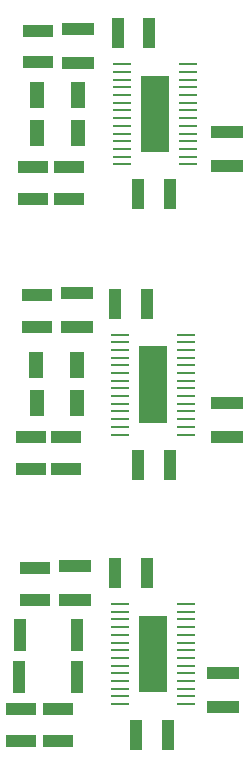
<source format=gtp>
G04 Layer_Color=8421504*
%FSLAX25Y25*%
%MOIN*%
G70*
G01*
G75*
%ADD12R,0.04921X0.09055*%
%ADD13R,0.10906X0.04213*%
%ADD14R,0.04173X0.10709*%
%ADD15R,0.04331X0.10236*%
%ADD16R,0.10236X0.04331*%
%ADD36R,0.06102X0.00984*%
G36*
X429724Y152383D02*
X420276D01*
Y177816D01*
X429724D01*
Y152383D01*
D02*
G37*
G36*
Y242183D02*
X420276D01*
Y267617D01*
X429724D01*
Y242183D01*
D02*
G37*
G36*
X430324Y332283D02*
X420876D01*
Y357716D01*
X430324D01*
Y332283D01*
D02*
G37*
D12*
X386109Y261400D02*
D03*
X399691D02*
D03*
X386209Y248800D02*
D03*
X399791D02*
D03*
X386317Y351500D02*
D03*
X399900D02*
D03*
X386417Y338700D02*
D03*
X400000D02*
D03*
D13*
X399700Y274070D02*
D03*
Y285330D02*
D03*
X449700Y237470D02*
D03*
Y248730D02*
D03*
X399900Y362170D02*
D03*
Y373430D02*
D03*
X449800Y327770D02*
D03*
Y339030D02*
D03*
X399000Y183270D02*
D03*
Y194530D02*
D03*
X448300Y147570D02*
D03*
Y158830D02*
D03*
D14*
X380582Y171300D02*
D03*
X399700D02*
D03*
X380441Y157400D02*
D03*
X399559D02*
D03*
D15*
X423015Y281900D02*
D03*
X412385D02*
D03*
X430615Y228000D02*
D03*
X419985D02*
D03*
X423815Y372000D02*
D03*
X413185D02*
D03*
X430615Y318400D02*
D03*
X419985D02*
D03*
X423115Y192200D02*
D03*
X412485D02*
D03*
X430115Y138000D02*
D03*
X419485D02*
D03*
D16*
X396000Y226685D02*
D03*
Y237315D02*
D03*
X384200D02*
D03*
Y226685D02*
D03*
X386300Y273985D02*
D03*
Y284615D02*
D03*
X384900Y316785D02*
D03*
Y327415D02*
D03*
X397100D02*
D03*
Y316785D02*
D03*
X386600Y362285D02*
D03*
Y372915D02*
D03*
X393200Y136185D02*
D03*
Y146815D02*
D03*
X381100D02*
D03*
Y136185D02*
D03*
X385800Y182985D02*
D03*
Y193615D02*
D03*
D36*
X413976Y271534D02*
D03*
Y268975D02*
D03*
Y266416D02*
D03*
Y263857D02*
D03*
Y261298D02*
D03*
Y258739D02*
D03*
Y256179D02*
D03*
Y253621D02*
D03*
Y251061D02*
D03*
Y248502D02*
D03*
Y245943D02*
D03*
Y243384D02*
D03*
Y240825D02*
D03*
Y238266D02*
D03*
X436024D02*
D03*
Y240825D02*
D03*
Y243384D02*
D03*
Y245943D02*
D03*
Y248502D02*
D03*
Y251061D02*
D03*
Y253621D02*
D03*
Y256179D02*
D03*
Y258739D02*
D03*
Y261298D02*
D03*
Y263857D02*
D03*
Y266416D02*
D03*
Y268975D02*
D03*
Y271534D02*
D03*
X414576Y361634D02*
D03*
Y359075D02*
D03*
Y356516D02*
D03*
Y353957D02*
D03*
Y351398D02*
D03*
Y348839D02*
D03*
Y346280D02*
D03*
Y343721D02*
D03*
Y341161D02*
D03*
Y338602D02*
D03*
Y336043D02*
D03*
Y333484D02*
D03*
Y330925D02*
D03*
Y328366D02*
D03*
X436624D02*
D03*
Y330925D02*
D03*
Y333484D02*
D03*
Y336043D02*
D03*
Y338602D02*
D03*
Y341161D02*
D03*
Y343721D02*
D03*
Y346280D02*
D03*
Y348839D02*
D03*
Y351398D02*
D03*
Y353957D02*
D03*
Y356516D02*
D03*
Y359075D02*
D03*
Y361634D02*
D03*
X413976Y181734D02*
D03*
Y179175D02*
D03*
Y176616D02*
D03*
Y174057D02*
D03*
Y171498D02*
D03*
Y168939D02*
D03*
Y166379D02*
D03*
Y163821D02*
D03*
Y161261D02*
D03*
Y158702D02*
D03*
Y156143D02*
D03*
Y153584D02*
D03*
Y151025D02*
D03*
Y148466D02*
D03*
X436024D02*
D03*
Y151025D02*
D03*
Y153584D02*
D03*
Y156143D02*
D03*
Y158702D02*
D03*
Y161261D02*
D03*
Y163821D02*
D03*
Y166379D02*
D03*
Y168939D02*
D03*
Y171498D02*
D03*
Y174057D02*
D03*
Y176616D02*
D03*
Y179175D02*
D03*
Y181734D02*
D03*
M02*

</source>
